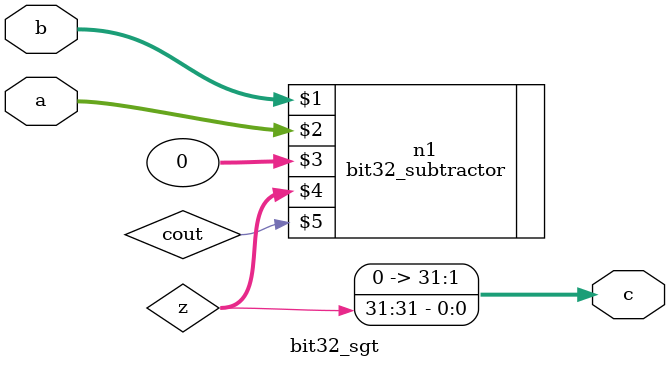
<source format=v>
`timescale 1ns / 1ps


module bit32_sgt(input wire [31:0] a,input wire [31:0] b,output [31:0]c);
wire cout;
wire [31:0] z;
bit32_subtractor n1(b,a,0,z,cout);
assign c[0] = z[31];
assign c[31:1] = 0;
endmodule

</source>
